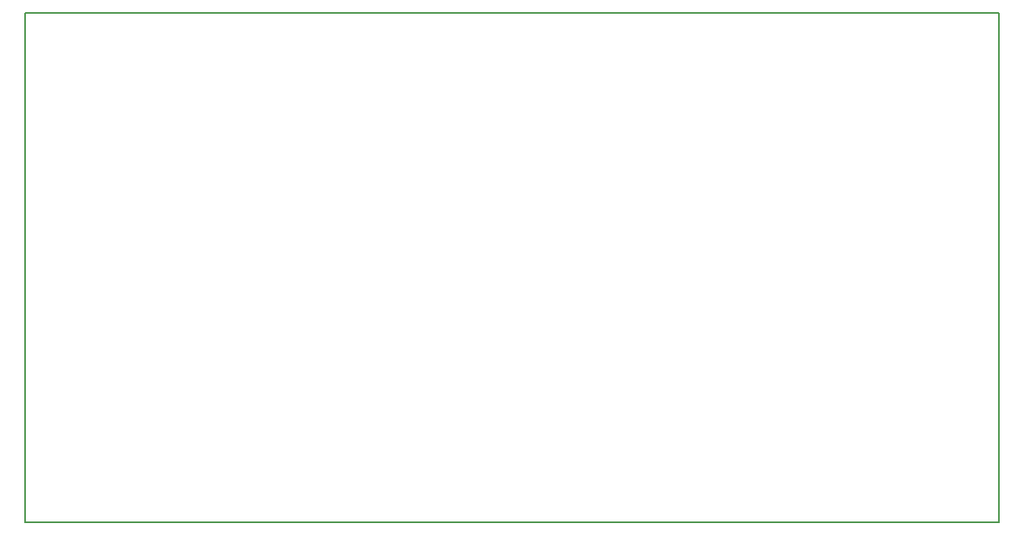
<source format=gm1>
G04 #@! TF.FileFunction,Profile,NP*
%FSLAX46Y46*%
G04 Gerber Fmt 4.6, Leading zero omitted, Abs format (unit mm)*
G04 Created by KiCad (PCBNEW 4.0.7) date 03/21/18 16:46:08*
%MOMM*%
%LPD*%
G01*
G04 APERTURE LIST*
%ADD10C,0.100000*%
%ADD11C,0.150000*%
G04 APERTURE END LIST*
D10*
D11*
X205333600Y-68326000D02*
X205333600Y-69240400D01*
X199898000Y-68326000D02*
X205333600Y-68326000D01*
X205333600Y-121666000D02*
X205333600Y-69240400D01*
X202438000Y-121666000D02*
X205333600Y-121666000D01*
X202438000Y-121666000D02*
X103378000Y-121666000D01*
X103378000Y-68326000D02*
X199898000Y-68326000D01*
X103378000Y-121666000D02*
X103378000Y-68326000D01*
M02*

</source>
